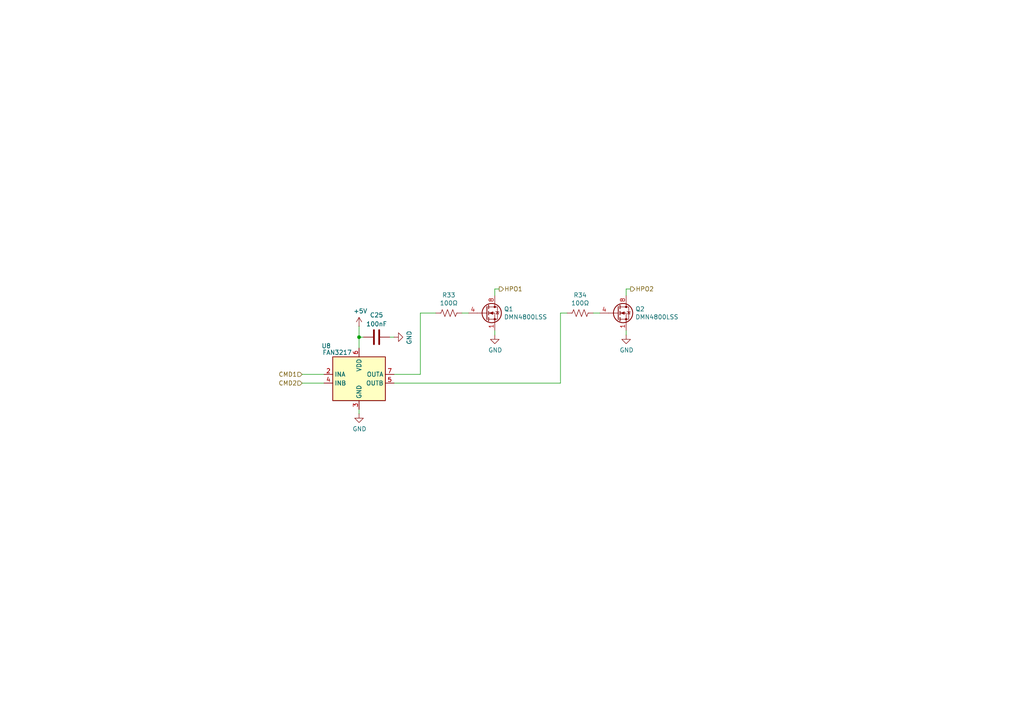
<source format=kicad_sch>
(kicad_sch (version 20231120) (generator "eeschema") (generator_version "8.0")
  (paper "A4")
  (title_block (title "High Power Outputs") (date "2021-05-25") (rev "1.0") (comment 2 "Released under CC BY-NC-SA license"))
  (lib_symbols
    (symbol "Device:C" (pin_numbers hide) (pin_names (offset 0.254))
      (property "Reference" "C" (at 0.635 2.54 0))
      (property "Value" "C" (at 0.635 -2.54 0))
      (symbol "C_0_1"
        (polyline (pts (xy -2.032 -0.762) (xy 2.032 -0.762)) (stroke (width 0.508)))
        (polyline (pts (xy -2.032 0.762) (xy 2.032 0.762)) (stroke (width 0.508)))
      )
      (symbol "C_1_1"
        (pin passive line (at 0 3.81 270) (length 2.794) (name "~") (number "1"))
        (pin passive line (at 0 -3.81 90) (length 2.794) (name "~") (number "2"))
      )
    )
    (symbol "Device:R_US" (pin_numbers hide) (pin_names (offset 0))
      (property "Reference" "R" (at 2.54 0 90))
      (property "Value" "R_US" (at -2.54 0 90))
      (symbol "R_US_0_1"
        (polyline (pts (xy 0 -2.286) (xy 0 -2.54)))
        (polyline (pts (xy 0 2.286) (xy 0 2.54)))
        (polyline (pts (xy 0 -0.762) (xy 1.016 -1.143) (xy 0 -1.524) (xy -1.016 -1.905) (xy 0 -2.286)))
        (polyline (pts (xy 0 0.762) (xy 1.016 0.381) (xy 0 0) (xy -1.016 -0.381) (xy 0 -0.762)))
        (polyline (pts (xy 0 2.286) (xy 1.016 1.905) (xy 0 1.524) (xy -1.016 1.143) (xy 0 0.762)))
      )
      (symbol "R_US_1_1"
        (pin passive line (at 0 3.81 270) (length 1.27) (name "~") (number "1"))
        (pin passive line (at 0 -3.81 90) (length 1.27) (name "~") (number "2"))
      )
    )
    (symbol "Nuovi_componenti:DMN4800LSS" (pin_names hide)
      (property "Reference" "Q" (at 5.08 2.54 0))
      (property "Value" "DMN4800LSS" (at 5.08 0 0))
      (symbol "DMN4800LSS_0_1"
        (polyline (pts (xy 0.254 0) (xy -2.54 0)))
        (polyline (pts (xy 0.254 1.905) (xy 0.254 -1.905)) (stroke (width 0.254)))
        (polyline (pts (xy 0.762 -1.27) (xy 0.762 -2.286)) (stroke (width 0.254)))
        (polyline (pts (xy 0.762 0.508) (xy 0.762 -0.508)) (stroke (width 0.254)))
        (polyline (pts (xy 0.762 2.286) (xy 0.762 1.27)) (stroke (width 0.254)))
        (polyline (pts (xy 2.54 2.54) (xy 2.54 1.778)))
        (polyline (pts (xy 2.54 -2.54) (xy 2.54 0) (xy 0.762 0)))
        (polyline (pts (xy 0.762 -1.778) (xy 3.302 -1.778) (xy 3.302 1.778) (xy 0.762 1.778)))
        (polyline (pts (xy 1.016 0) (xy 2.032 0.381) (xy 2.032 -0.381) (xy 1.016 0)) (fill (type outline)))
        (polyline (pts (xy 2.794 0.508) (xy 2.921 0.381) (xy 3.683 0.381) (xy 3.81 0.254)))
        (polyline (pts (xy 3.302 0.381) (xy 2.921 -0.254) (xy 3.683 -0.254) (xy 3.302 0.381)))
        (circle (center 1.651 0) (radius 2.794) (stroke (width 0.254)))
        (circle (center 2.54 -1.778) (radius 0.254) (fill (type outline)))
        (circle (center 2.54 1.778) (radius 0.254) (fill (type outline)))
      )
      (symbol "DMN4800LSS_1_1"
        (pin passive line (at 2.54 -5.08 90) (length 2.54) (name "S") (number "1"))
        (pin passive line (at 2.54 -5.08 90) (length 2.54) hide (name "S") (number "2"))
        (pin passive line (at 2.54 -5.08 90) (length 2.54) hide (name "S") (number "3"))
        (pin input line (at -5.08 0 0) (length 2.54) (name "G") (number "4"))
        (pin passive line (at 2.54 5.08 270) (length 2.54) hide (name "D") (number "5"))
        (pin passive line (at 2.54 5.08 270) (length 2.54) hide (name "D") (number "6"))
        (pin passive line (at 2.54 5.08 270) (length 2.54) hide (name "D") (number "7"))
        (pin passive line (at 2.54 5.08 270) (length 2.54) (name "D") (number "8"))
      )
    )
    (symbol "Nuovi_componenti:FAN3217"
      (property "Reference" "U" (at -2.54 13.97 0))
      (property "Value" "FAN3217" (at -2.54 11.43 0))
      (symbol "FAN3217_0_1"
        (rectangle (start -7.62 10.16) (end 7.62 -2.54) (stroke (width 0.254)) (fill (type background)))
      )
      (symbol "FAN3217_1_1"
        (pin input line (at -10.16 5.08 0) (length 2.54) (name "INA") (number "2"))
        (pin power_in line (at 0 -5.08 90) (length 2.54) (name "GND") (number "3"))
        (pin input line (at -10.16 2.54 0) (length 2.54) (name "INB") (number "4"))
        (pin output line (at 10.16 2.54 180) (length 2.54) (name "OUTB") (number "5"))
        (pin power_in line (at 0 12.7 270) (length 2.54) (name "VDD") (number "6"))
        (pin output line (at 10.16 5.08 180) (length 2.54) (name "OUTA") (number "7"))
      )
    )
    (symbol "power:+5V" (power) (pin_numbers hide) (pin_names (offset 0) hide)
      (property "Value" "+5V" (at 0 3.556 0))
      (symbol "+5V_0_1"
        (polyline (pts (xy -0.762 1.27) (xy 0 2.54)))
        (polyline (pts (xy 0 0) (xy 0 2.54)))
        (polyline (pts (xy 0 2.54) (xy 0.762 1.27)))
      )
      (symbol "+5V_1_1"
        (pin power_in line (at 0 0 90) (length 0) (name "~") (number "1"))
      )
    )
    (symbol "power:GND" (power) (pin_numbers hide) (pin_names (offset 0) hide)
      (property "Value" "GND" (at 0 -3.81 0))
      (symbol "GND_0_1"
        (polyline (pts (xy 0 0) (xy 0 -1.27) (xy 1.27 -1.27) (xy 0 -2.54) (xy -1.27 -1.27) (xy 0 -1.27)))
      )
      (symbol "GND_1_1"
        (pin power_in line (at 0 0 270) (length 0) (name "~") (number "1"))
      )
    )
  )
  (junction (at 104.14 97.79))
  (wire (pts (xy 181.61 83.82) (xy 181.61 85.725)))
  (wire (pts (xy 114.3 111.125) (xy 162.56 111.125)))
  (wire (pts (xy 143.51 83.82) (xy 143.51 85.725)))
  (wire (pts (xy 133.985 90.805) (xy 135.89 90.805)))
  (wire (pts (xy 162.56 90.805) (xy 164.465 90.805)))
  (wire (pts (xy 104.14 97.79) (xy 105.41 97.79)))
  (wire (pts (xy 87.63 108.585) (xy 93.98 108.585)))
  (wire (pts (xy 181.61 95.885) (xy 181.61 97.155)))
  (wire (pts (xy 172.085 90.805) (xy 173.99 90.805)))
  (wire (pts (xy 162.56 111.125) (xy 162.56 90.805)))
  (wire (pts (xy 121.92 90.805) (xy 126.365 90.805)))
  (wire (pts (xy 104.14 118.745) (xy 104.14 120.015)))
  (wire (pts (xy 93.98 111.125) (xy 87.63 111.125)))
  (wire (pts (xy 104.14 100.965) (xy 104.14 97.79)))
  (wire (pts (xy 121.92 108.585) (xy 121.92 90.805)))
  (wire (pts (xy 113.03 97.79) (xy 114.3 97.79)))
  (wire (pts (xy 144.78 83.82) (xy 143.51 83.82)))
  (wire (pts (xy 143.51 95.885) (xy 143.51 97.155)))
  (wire (pts (xy 181.61 83.82) (xy 182.88 83.82)))
  (wire (pts (xy 114.3 108.585) (xy 121.92 108.585)))
  (wire (pts (xy 104.14 97.79) (xy 104.14 94.615)))
  (hierarchical_label "HPO2" (shape output) (at 182.88 83.82 0))
  (hierarchical_label "HPO1" (shape output) (at 144.78 83.82 0))
  (hierarchical_label "CMD2" (shape input) (at 87.63 111.125 180))
  (hierarchical_label "CMD1" (shape input) (at 87.63 108.585 180))
  (symbol (lib_id "Nuovi_componenti:DMN4800LSS") (at 140.97 90.805 0) (unit 1)
    (property "Reference" "Q1" (at 146.1516 89.6366 0) (effects (justify left)))
    (property "Value" "DMN4800LSS" (at 146.1516 91.948 0) (effects (justify left)))
    (property "Footprint" "Package_SO:SOIC-8_3.9x4.9mm_P1.27mm" (effects (hide yes)))
    (property "Datasheet" "https://www.diodes.com/assets/Datasheets/ds31736.pdf" (effects (hide yes)))
  )
  (symbol (lib_id "Nuovi_componenti:DMN4800LSS") (at 179.07 90.805 0) (unit 1)
    (property "Reference" "Q2" (at 184.2516 89.6366 0) (effects (justify left)))
    (property "Value" "DMN4800LSS" (at 184.2516 91.948 0) (effects (justify left)))
    (property "Footprint" "Package_SO:SOIC-8_3.9x4.9mm_P1.27mm" (effects (hide yes)))
    (property "Datasheet" "https://www.diodes.com/assets/Datasheets/ds31736.pdf" (effects (hide yes)))
  )
  (symbol (lib_id "Nuovi_componenti:FAN3217") (at 104.14 113.665 0) (unit 1)
    (property "Reference" "U8" (at 94.615 100.33 0))
    (property "Value" "FAN3217" (at 97.79 102.235 0))
    (property "Footprint" "Package_SO:SOIC-8_3.9x4.9mm_P1.27mm" (effects (hide yes)))
  )
  (symbol (lib_id "Device:R_US") (at 130.175 90.805 270) (unit 1)
    (property "Reference" "R33" (at 130.175 85.598 90))
    (property "Value" "100Ω" (at 130.175 87.9094 90))
    (property "Footprint" "Resistor_SMD:R_0603_1608Metric_Pad0.98x0.95mm_HandSolder" (effects (hide yes)))
  )
  (symbol (lib_id "power:GND") (at 143.51 97.155 0) (unit 1)
    (property "Reference" "#PWR066" (effects (hide yes)))
    (property "Value" "GND" (at 143.637 101.5492 0))
  )
  (symbol (lib_id "Device:R_US") (at 168.275 90.805 270) (unit 1)
    (property "Reference" "R34" (at 168.275 85.598 90))
    (property "Value" "100Ω" (at 168.275 87.9094 90))
    (property "Footprint" "Resistor_SMD:R_0603_1608Metric_Pad0.98x0.95mm_HandSolder" (effects (hide yes)))
  )
  (symbol (lib_id "power:GND") (at 181.61 97.155 0) (unit 1)
    (property "Reference" "#PWR067" (effects (hide yes)))
    (property "Value" "GND" (at 181.737 101.5492 0))
  )
  (symbol (lib_id "power:GND") (at 104.14 120.015 0) (unit 1)
    (property "Reference" "#PWR064" (effects (hide yes)))
    (property "Value" "GND" (at 104.267 124.4092 0))
  )
  (symbol (lib_id "Device:C") (at 109.22 97.79 90) (mirror x) (unit 1)
    (property "Reference" "C25" (at 109.22 91.3892 90))
    (property "Value" "100nF" (at 109.22 93.98 90))
    (property "Footprint" "Capacitor_SMD:C_0603_1608Metric_Pad1.08x0.95mm_HandSolder" (effects (hide yes)))
  )
  (symbol (lib_id "power:+5V") (at 104.14 94.615 0) (unit 1)
    (property "Reference" "#PWR063" (effects (hide yes)))
    (property "Value" "+5V" (at 104.521 90.2208 0))
  )
  (symbol (lib_id "power:GND") (at 114.3 97.79 90) (mirror x) (unit 1)
    (property "Reference" "#PWR065" (effects (hide yes)))
    (property "Value" "GND" (at 118.6942 97.917 0))
  )
)
</source>
